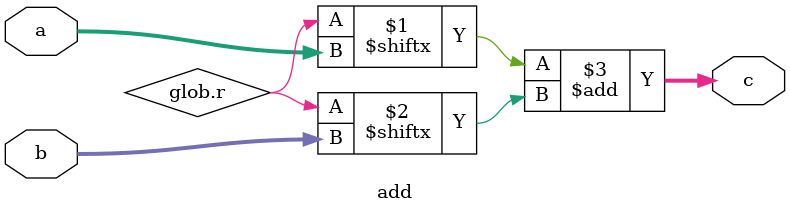
<source format=v>
module add(
	input [4:0] a, b,
	output [31:0] c
);
assign c = glob.r[a] + glob.r[b];
endmodule
</source>
